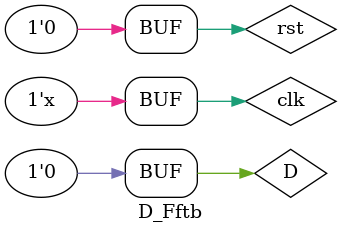
<source format=v>
module D_Fftb;
reg clk,rst,D;
wire Q;

D_FF s(.clk(clk),.rst(rst),.D(D),.Q(Q));

initial clk=0;
always #5 clk = ~clk;

initial begin
   rst=1;
   D=0;
 #5; rst=0;
  
  D=1; #5;
  D=0; #5;
  D=1; #5;
  D=0; #5;
  end
endmodule

</source>
